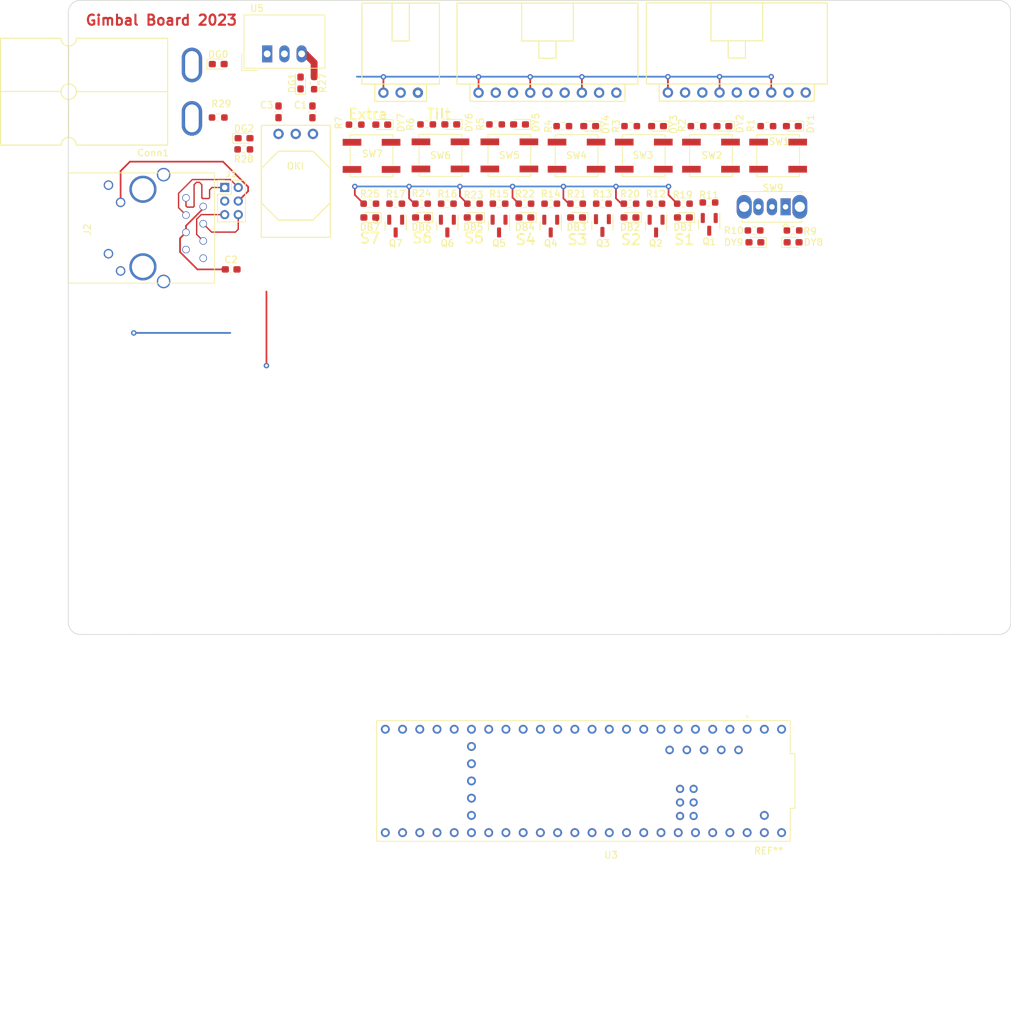
<source format=kicad_pcb>
(kicad_pcb (version 20211014) (generator pcbnew)
  (layers (0 "F.Cu" signal) (31 "B.Cu" signal) (34 "B.Paste" user) (35 "F.Paste" user) (36 "B.SilkS" user "B.Silkscreen") (37 "F.SilkS" user "F.Silkscreen") (38 "B.Mask" user) (39 "F.Mask" user) (44 "Edge.Cuts" user))
  (net 0 "")
  (net 1 "Net-(C2-Pad1)")
  (net 2 "GND")
  (net 3 "+36V")
  (net 4 "Net-(DB1-Pad1)")
  (net 5 "Net-(DB1-Pad2)")
  (net 6 "Net-(DB2-Pad1)")
  (net 7 "Net-(DB2-Pad2)")
  (net 8 "Net-(DB3-Pad1)")
  (net 9 "Net-(DB3-Pad2)")
  (net 10 "Net-(DB4-Pad1)")
  (net 11 "Net-(DB4-Pad2)")
  (net 12 "Net-(DB5-Pad1)")
  (net 13 "Net-(DB5-Pad2)")
  (net 14 "Net-(DB6-Pad1)")
  (net 15 "Net-(DB6-Pad2)")
  (net 16 "Net-(DB7-Pad1)")
  (net 17 "Net-(DB7-Pad2)")
  (net 18 "Net-(DG0-Pad2)")
  (net 19 "Net-(DY1-Pad2)")
  (net 20 "Net-(DY2-Pad2)")
  (net 21 "Net-(DY3-Pad2)")
  (net 22 "Net-(DY4-Pad2)")
  (net 23 "Net-(DY5-Pad2)")
  (net 24 "Net-(DY6-Pad2)")
  (net 25 "Net-(DY7-Pad2)")
  (net 26 "Net-(DY8-Pad2)")
  (net 27 "Net-(DY9-Pad2)")
  (net 28 "/TX+")
  (net 29 "/TX-")
  (net 30 "/LED")
  (net 31 "/RX-")
  (net 32 "/RX+")
  (net 36 "Net-(Q1-Pad1)")
  (net 37 "Net-(Q2-Pad1)")
  (net 38 "Net-(Q3-Pad1)")
  (net 39 "Net-(Q4-Pad1)")
  (net 40 "Net-(Q5-Pad1)")
  (net 41 "Net-(Q6-Pad1)")
  (net 42 "Net-(Q7-Pad1)")
  (net 43 "Servo_1_SW")
  (net 44 "Servo_2_SW")
  (net 45 "Servo_3_SW")
  (net 46 "Servo_4_SW")
  (net 47 "Servo_5_SW")
  (net 48 "Servo_6_SW")
  (net 49 "Servo_7_SW")
  (net 50 "Servo_Manual_Control_Left")
  (net 51 "Servo_Manual_Control_Right")
  (net 52 "Servo_1_PWM")
  (net 53 "Servo_2_PWM")
  (net 54 "Servo_3_PWM")
  (net 55 "Servo_4_PWM")
  (net 56 "Servo_5_PWM")
  (net 57 "Servo_6_PWM")
  (net 58 "Servo_7_PWM")
  (net 59 "+5V")
  (net 60 "Net-(DG1-Pad2)")
  (net 61 "Net-(DG2-Pad2)")
  (net 62 "+3.3V")
  (footprint "LED_SMD:LED_0603_1608Metric_Pad1.05x0.95mm_HandSolder" (layer "F.Cu") (at 110.476 54.134 180)
    (fp_text reference "DY7")
    (fp_text value "LED")
  )
  (footprint "Package_TO_SOT_SMD:SOT-23" (layer "F.Cu") (at 127.762 69.088 -90)
    (fp_text reference "Q5")
    (fp_text value "Q_NMOS_GDS")
  )
  (footprint "Resistor_SMD:R_0603_1608Metric_Pad0.98x0.95mm_HandSolder" (layer "F.Cu") (at 167.25 54.356 180)
    (fp_text reference "R1")
    (fp_text value "100")
  )
  (footprint "Resistor_SMD:R_0603_1608Metric_Pad0.98x0.95mm_HandSolder" (layer "F.Cu") (at 147.066 65.786)
    (fp_text reference "R20")
    (fp_text value "300")
  )
  (footprint "Converter_DCDC:Converter_DCDC_TRACO_TSR-1_THT" (layer "F.Cu") (at 93.5795 43.702)
    (fp_text reference "U5")
    (fp_text value "TSR_1-2450")
  )
  (footprint "Button_Switch_SMD:SW_SPST_EVPBF" (layer "F.Cu") (at 119.126 58.674)
    (fp_text reference "SW6")
    (fp_text value "SW_Push")
  )
  (footprint "Package_TO_SOT_SMD:SOT-23" (layer "F.Cu") (at 150.9135 69.088 -90)
    (fp_text reference "Q2")
    (fp_text value "Q_NMOS_GDS")
  )
  (footprint "LED_SMD:LED_0603_1608Metric_Pad1.05x0.95mm_HandSolder" (layer "F.Cu") (at 123.952 67.818 180)
    (fp_text reference "DB5")
    (fp_text value "LED")
  )
  (footprint "MRDT_Connectors:MOLEX_SL_03_Horizontal" (layer "F.Cu") (at 110.7186 49.4284)
    (fp_text reference "Conn8" hide)
    (fp_text value "Molex_SL_03")
  )
  (footprint "Resistor_SMD:R_0603_1608Metric_Pad0.98x0.95mm_HandSolder" (layer "F.Cu") (at 158.7125 65.6105)
    (fp_text reference "R11")
    (fp_text value "510")
  )
  (footprint "Resistor_SMD:R_0603_1608Metric_Pad0.98x0.95mm_HandSolder" (layer "F.Cu") (at 137.1635 54.356 180)
    (fp_text reference "R4")
    (fp_text value "100")
  )
  (footprint "Resistor_SMD:R_0603_1608Metric_Pad0.98x0.95mm_HandSolder" (layer "F.Cu") (at 120.142 65.786)
    (fp_text reference "R16")
    (fp_text value "510")
  )
  (footprint "MRDT_Connectors:MOLEX_SL_09_Horizontal" (layer "F.Cu") (at 124.7394 49.4284)
    (fp_text reference "Conn7" hide)
    (fp_text value "Molex_SL_09")
  )
  (footprint "LED_SMD:LED_0603_1608Metric_Pad1.05x0.95mm_HandSolder" (layer "F.Cu") (at 108.712 67.818 180)
    (fp_text reference "DB7")
    (fp_text value "LED")
  )
  (footprint "LED_SMD:LED_0603_1608Metric_Pad1.05x0.95mm_HandSolder" (layer "F.Cu") (at 139.192 67.818 180)
    (fp_text reference "DB3")
    (fp_text value "LED")
  )
  (footprint "Button_Switch_SMD:SW_SPST_EVPBF" (layer "F.Cu") (at 159.004 58.706)
    (fp_text reference "SW2")
    (fp_text value "SW_Push")
  )
  (footprint "LED_SMD:LED_0603_1608Metric_Pad1.05x0.95mm_HandSolder" (layer "F.Cu") (at 160.768 54.356 180)
    (fp_text reference "DY2")
    (fp_text value "LED")
  )
  (footprint "Resistor_SMD:R_0603_1608Metric_Pad0.98x0.95mm_HandSolder" (layer "F.Cu") (at 124 65.786)
    (fp_text reference "R23")
    (fp_text value "300")
  )
  (footprint "Resistor_SMD:R_0603_1608Metric_Pad0.98x0.95mm_HandSolder" (layer "F.Cu") (at 147.1695 54.356 180)
    (fp_text reference "R3")
    (fp_text value "100")
  )
  (footprint "Resistor_SMD:R_0603_1608Metric_Pad0.98x0.95mm_HandSolder" (layer "F.Cu") (at 131.572 65.786)
    (fp_text reference "R22")
    (fp_text value "300")
  )
  (footprint "Capacitor_SMD:C_0603_1608Metric_Pad1.08x0.95mm_HandSolder" (layer "F.Cu") (at 100.25 52.25 90)
    (fp_text reference "C1")
    (fp_text value "10 uF")
  )
  (footprint "Button_Switch_SMD:SW_SPST_EVPBF" (layer "F.Cu") (at 108.966 58.738)
    (fp_text reference "SW7")
    (fp_text value "SW_Push")
  )
  (footprint "LED_SMD:LED_0603_1608Metric_Pad1.05x0.95mm_HandSolder" (layer "F.Cu") (at 130.783 54.102 180)
    (fp_text reference "DY5")
    (fp_text value "LED")
  )
  (footprint "Resistor_SMD:R_0603_1608Metric_Pad0.98x0.95mm_HandSolder" (layer "F.Cu") (at 106.5485 54.134 180)
    (fp_text reference "R7")
    (fp_text value "100")
  )
  (footprint "MRDT_Connectors:Square_Anderson_2_H_Side_By_Side_PV" (layer "F.Cu") (at 82.6098 45.039)
    (fp_text reference "Conn1")
    (fp_text value "AndersonPP")
  )
  (footprint "Resistor_SMD:R_0603_1608Metric_Pad0.98x0.95mm_HandSolder" (layer "F.Cu") (at 127.254 54.102 180)
    (fp_text reference "R5")
    (fp_text value "100")
  )
  (footprint "Resistor_SMD:R_0603_1608Metric_Pad0.98x0.95mm_HandSolder" (layer "F.Cu") (at 127.762 65.786)
    (fp_text reference "R15")
    (fp_text value "510")
  )
  (footprint "Resistor_SMD:R_0603_1608Metric_Pad0.98x0.95mm_HandSolder" (layer "F.Cu") (at 139.192 65.786)
    (fp_text reference "R21")
    (fp_text value "300")
  )
  (footprint "Capacitor_SMD:C_0603_1608Metric_Pad1.08x0.95mm_HandSolder" (layer "F.Cu") (at 95.25 52.25 90)
    (fp_text reference "C3")
    (fp_text value "10 uF")
  )
  (footprint "Button_Switch_SMD:SW_SPST_EVPBF" (layer "F.Cu") (at 149.098 58.706)
    (fp_text reference "SW3")
    (fp_text value "SW_Push")
  )
  (footprint "LED_SMD:LED_0603_1608Metric_Pad1.05x0.95mm_HandSolder" (layer "F.Cu") (at 131.572 67.818 180)
    (fp_text reference "DB4")
    (fp_text value "LED")
  )
  (footprint "LED_SMD:LED_0603_1608Metric_Pad1.05x0.95mm_HandSolder" (layer "F.Cu") (at 120.65 54.102 180)
    (fp_text reference "DY6")
    (fp_text value "LED")
  )
  (footprint "LED_SMD:LED_0603_1608Metric_Pad1.05x0.95mm_HandSolder" (layer "F.Cu") (at 165.485 71.4835 180)
    (fp_text reference "DY9")
    (fp_text value "LED")
  )
  (footprint "Package_TO_SOT_SMD:SOT-23" (layer "F.Cu") (at 135.382 69.088 -90)
    (fp_text reference "Q4")
    (fp_text value "Q_NMOS_GDS")
  )
  (footprint "Capacitor_SMD:C_0603_1608Metric_Pad1.08x0.95mm_HandSolder" (layer "F.Cu") (at 88.2665 75.4735)
    (fp_text reference "C2")
    (fp_text value "0.1uF")
  )
  (footprint "Resistor_SMD:R_0603_1608Metric_Pad0.98x0.95mm_HandSolder" (layer "F.Cu") (at 135.382 65.786)
    (fp_text reference "R14")
    (fp_text value "510")
  )
  (footprint "LED_SMD:LED_0603_1608Metric_Pad1.05x0.95mm_HandSolder" (layer "F.Cu") (at 86.36 45.212)
    (fp_text reference "DG0")
    (fp_text value "LED")
  )
  (footprint "LED_SMD:LED_0603_1608Metric_Pad1.05x0.95mm_HandSolder" (layer "F.Cu") (at 151.13 54.356 180)
    (fp_text reference "DY3")
    (fp_text value "LED")
  )
  (footprint "Resistor_SMD:R_0603_1608Metric_Pad0.98x0.95mm_HandSolder" (layer "F.Cu") (at 100.5 48 90)
    (fp_text reference "R27")
    (fp_text value "300")
  )
  (footprint "LED_SMD:LED_0603_1608Metric_Pad1.05x0.95mm_HandSolder" (layer "F.Cu") (at 141.124 54.356 180)
    (fp_text reference "DY4")
    (fp_text value "LED")
  )
  (footprint "Resistor_SMD:R_0603_1608Metric_Pad0.98x0.95mm_HandSolder" (layer "F.Cu") (at 108.712 65.786)
    (fp_text reference "R25")
    (fp_text value "300")
  )
  (footprint "Connector_PinHeader_2.00mm:PinHeader_2x03_P2.00mm_Vertical" (layer "F.Cu") (at 87.3165 63.4015)
    (fp_text reference "J1")
    (fp_text value "6P6C")
  )
  (footprint "Resistor_SMD:R_0603_1608Metric_Pad0.98x0.95mm_HandSolder" (layer "F.Cu") (at 112.522 65.786)
    (fp_text reference "R17")
    (fp_text value "510")
  )
  (footprint "Resistor_SMD:R_0603_1608Metric_Pad0.98x0.95mm_HandSolder" (layer "F.Cu") (at 171.11 69.7335 180)
    (fp_text reference "R9")
    (fp_text value "100")
  )
  (footprint "Resistor_SMD:R_0603_1608Metric_Pad0.98x0.95mm_HandSolder" (layer "F.Cu") (at 90.1325 57.785 180)
    (fp_text reference "R28")
    (fp_text value "100")
  )
  (footprint "Package_TO_SOT_SMD:SOT-23" (layer "F.Cu") (at 112.522 69.088 -90)
    (fp_text reference "Q7")
    (fp_text value "Q_NMOS_GDS")
  )
  (footprint "LED_SMD:LED_0603_1608Metric_Pad1.05x0.95mm_HandSolder" (layer "F.Cu") (at 171.11 71.4835)
    (fp_text reference "DY8")
    (fp_text value "LED")
  )
  (footprint "MRDT_Connectors:RJ45_Teensy" (layer "F.Cu") (at 62.261 69.5025 -90)
    (fp_text reference "J2")
    (fp_text value "RJ45_LED_Shielded")
  )
  (footprint "Resistor_SMD:R_0603_1608Metric_Pad0.98x0.95mm_HandSolder" (layer "F.Cu") (at 150.876 65.786)
    (fp_text reference "R12")
    (fp_text value "510")
  )
  (footprint "Package_TO_SOT_SMD:SOT-23" (layer "F.Cu") (at 120.142 69.088 -90)
    (fp_text reference "Q6")
    (fp_text value "Q_NMOS_GDS")
  )
  (footprint "Resistor_SMD:R_0603_1608Metric_Pad0.98x0.95mm_HandSolder" (layer "F.Cu") (at 156.958 54.356 180)
    (fp_text reference "R2")
    (fp_text value "100")
  )
  (footprint "LED_SMD:LED_0603_1608Metric_Pad1.05x0.95mm_HandSolder" (layer "F.Cu") (at 154.94 67.818 180)
    (fp_text reference "DB1")
    (fp_text value "LED")
  )
  (footprint "Button_Switch_SMD:SW_SPST_EVPBF" (layer "F.Cu") (at 129.286 58.674)
    (fp_text reference "SW5")
    (fp_text value "SW_Push")
  )
  (footprint "Resistor_SMD:R_0603_1608Metric_Pad0.98x0.95mm_HandSolder" (layer "F.Cu") (at 143.002 65.786)
    (fp_text reference "R13")
    (fp_text value "510")
  )
  (footprint "MRDT_Shields:Teensy_4_1_Vertical" (layer "F.Cu") (at 191.008 186.436 180)
    (fp_text reference "U3")
    (fp_text value "Teensy4.1_DEV-16771")
  )
  (footprint "Resistor_SMD:R_0603_1608Metric_Pad0.98x0.95mm_HandSolder" (layer "F.Cu") (at 154.94 65.786)
    (fp_text reference "R19")
    (fp_text value "300")
  )
  (footprint "Package_TO_SOT_SMD:SOT-23" (layer "F.Cu") (at 158.75 68.834 -90)
    (fp_text reference "Q1")
    (fp_text value "Q_NMOS_GDS")
  )
  (footprint "LED_SMD:LED_0603_1608Metric_Pad1.05x0.95mm_HandSolder" (layer "F.Cu") (at 171 54.356 180)
    (fp_text reference "DY1")
    (fp_text value "LED")
  )
  (footprint "Resistor_SMD:R_0603_1608Metric_Pad0.98x0.95mm_HandSolder" (layer "F.Cu") (at 117.094 54.102 180)
    (fp_text reference "R6")
    (fp_text value "100")
  )
  (footprint "MRDT_Devices:OKI_Horizontal" (layer "F.Cu") (at 95.25 55.499)
    (fp_text reference "U1" hide)
    (fp_text value "OKI")
  )
  (footprint "Package_TO_SOT_SMD:SOT-23" (layer "F.Cu") (at 143.002 69.0095 -90)
    (fp_text reference "Q3")
    (fp_text value "Q_NMOS_GDS")
  )
  (footprint "Button_Switch_SMD:SW_SPST_EVPBF" (layer "F.Cu") (at 168.91 58.706)
    (fp_text reference "SW1")
    (fp_text value "SW_Push")
  )
  (footprint "MRDT_Connectors:MOLEX_SL_09_Horizontal" (layer "F.Cu") (at 152.654 49.403)
    (fp_text reference "Conn6" hide)
    (fp_text value "Molex_SL_09")
  )
  (footprint "Resistor_SMD:R_0603_1608Metric_Pad0.98x0.95mm_HandSolder" (layer "F.Cu") (at 116.332 65.786)
    (fp_text reference "R24")
    (fp_text value "300")
  )
  (footprint "Resistor_SMD:R_0603_1608Metric_Pad0.98x0.95mm_HandSolder" (layer "F.Cu") (at 165.36 69.7335)
    (fp_text reference "R10")
    (fp_text value "100")
  )
  (footprint "Button_Switch_SMD:SW_SPST_EVPBF" (layer "F.Cu") (at 139.192 58.706)
    (fp_text reference "SW4")
    (fp_text value "SW_Push")
  )
  (footprint "Button_Switch_THT:SW_Slide_1P2T_CK_OS102011MS2Q" (layer "F.Cu") (at 170 66.25 180)
    (fp_text reference "SW9")
    (fp_text value "SW_DPDT_x2")
  )
  (footprint "LED_SMD:LED_0603_1608Metric_Pad1.05x0.95mm_HandSolder" (layer "F.Cu") (at 98.5 48 90)
    (fp_text reference "DG1")
    (fp_text value "LED")
  )
  (footprint "LED_SMD:LED_0603_1608Metric_Pad1.05x0.95mm_HandSolder" (layer "F.Cu") (at 147.066 67.818 180)
    (fp_text reference "DB2")
    (fp_text value "LED")
  )
  (footprint "Resistor_SMD:R_0603_1608Metric_Pad0.98x0.95mm_HandSolder" (layer "F.Cu") (at 86.36 53.086 180)
    (fp_text reference "R29")
    (fp_text value "3000")
  )
  (footprint "LED_SMD:LED_0603_1608Metric_Pad1.05x0.95mm_HandSolder" (layer "F.Cu") (at 90.17 56.134)
    (fp_text reference "DG2")
    (fp_text value "LED")
  )
  (footprint "LED_SMD:LED_0603_1608Metric_Pad1.05x0.95mm_HandSolder" (layer "F.Cu") (at 116.332 67.818 180)
    (fp_text reference "DB6")
    (fp_text value "LED")
  )
  (gr_line (start 193.294 129.286) (end 201.434764 129.298764) (layer "Edge.Cuts") (width 0.1))
  (gr_line (start 74.168 129.286) (end 66.04 129.286) (layer "Edge.Cuts") (width 0.1))
  (gr_arc (start 201.417764 35.819236) (mid 202.675 36.34) (end 203.195764 37.597236) (layer "Edge.Cuts") (width 0.1))
  (gr_line (start 203.195764 37.597236) (end 203.2 38.354) (layer "Edge.Cuts") (width 0.1))
  (gr_arc (start 64.262 37.592) (mid 64.782764 36.334764) (end 66.04 35.814) (layer "Edge.Cuts") (width 0.1))
  (gr_line (start 77.47 129.286) (end 74.168 129.286) (layer "Edge.Cuts") (width 0.1))
  (gr_arc (start 203.212764 127.520764) (mid 202.692 128.778) (end 201.434764 129.298764) (layer "Edge.Cuts") (width 0.1))
  (gr_line (start 200.66 35.814) (end 201.417764 35.819236) (layer "Edge.Cuts") (width 0.1))
  (gr_line (start 193.294 129.286) (end 77.47 129.286) (layer "Edge.Cuts") (width 0.1))
  (gr_line (start 203.212764 127.520764) (end 203.2 119.38) (layer "Edge.Cuts") (width 0.1))
  (gr_arc (start 66.04 129.286) (mid 64.782764 128.765236) (end 64.262 127.508) (layer "Edge.Cuts") (width 0.1))
  (gr_line (start 64.262 119.38) (end 64.262 37.592) (layer "Edge.Cuts") (width 0.1))
  (gr_line (start 203.2 38.354) (end 203.2 119.38) (layer "Edge.Cuts") (width 0.1))
  (gr_line (start 66.04 35.814) (end 200.66 35.814) (layer "Edge.Cuts") (width 0.1))
  (gr_line (start 64.262 127.508) (end 64.262 119.38) (layer "Edge.Cuts") (width 0.1))
  (gr_text "Gimbal Board 2023" (at 77.978 38.735) (layer "F.Cu") (effects (font (size 1.5 1.5) (thickness 0.3))))
  (gr_text "Extra\n" (at 108.458 52.578) (layer "F.SilkS") (effects (font (size 1.524 1.524) (thickness 0.254))))
  (gr_text "S4" (at 131.7085 71.088) (layer "F.SilkS") (effects (font (size 1.524 1.524) (thickness 0.254))))
  (gr_text "S1" (at 155.0765 71.088) (layer "F.SilkS") (effects (font (size 1.524 1.524) (thickness 0.254))))
  (gr_text "Tilt" (at 118.872 52.578) (layer "F.SilkS") (effects (font (size 1.524 1.524) (thickness 0.254))))
  (gr_text "S2" (at 147.2025 71.088) (layer "F.SilkS") (effects (font (size 1.524 1.524) (thickness 0.254))))
  (gr_text "S6" (at 116.4685 70.834) (layer "F.SilkS") (effects (font (size 1.524 1.524) (thickness 0.254))))
  (gr_text "S7" (at 108.712 70.866) (layer "F.SilkS") (effects (font (size 1.524 1.524) (thickness 0.254))))
  (gr_text "S3\n" (at 139.3285 71.088) (layer "F.SilkS") (effects (font (size 1.524 1.524) (thickness 0.254))))
  (gr_text "S5" (at 124.0885 70.834) (layer "F.SilkS") (effects (font (size 1.524 1.524) (thickness 0.254))))
  (segment (start 93.472 89.662) (end 93.472 78.74) (width 0.254) (layer "F.Cu") (net 0))
  (segment (start 75.261 74.968) (end 75.1245 74.8315) (width 0.2) (layer "F.Cu") (net 0))
  (segment (start 75.261 75.0925) (end 75.261 74.968) (width 0.2) (layer "F.Cu") (net 0))
  (via (at 93.472 89.662) (size 0.8) (drill 0.4) (layers "F.Cu" "B.Cu") (net 0))
  (via (at 73.914 84.836) (size 0.8) (drill 0.4) (layers "F.Cu" "B.Cu") (net 0))
  (segment (start 73.914 84.836) (end 88.138 84.836) (width 0.254) (layer "B.Cu") (net 0))
  (segment (start 87.404 75.4735) (end 83.294563 75.4735) (width 0.25) (layer "F.Cu") (net 1))
  (segment (start 80.736 70.8875) (end 81.611 70.0125) (width 0.25) (layer "F.Cu") (net 1))
  (segment (start 83.294563 75.4735) (end 80.736 72.914937) (width 0.25) (layer "F.Cu") (net 1))
  (segment (start 81.611 70.0125) (end 81.611 69.044) (width 0.25) (layer "F.Cu") (net 1))
  (segment (start 84.151 66.504) (end 84.151 66.2025) (width 0.25) (layer "F.Cu") (net 1))
  (segment (start 81.611 69.044) (end 84.151 66.504) (width 0.25) (layer "F.Cu") (net 1))
  (segment (start 80.736 72.914937) (end 80.736 70.8875) (width 0.25) (layer "F.Cu") (net 1))
  (segment (start 93.5795 43.702) (end 93.5795 44.4335) (width 0.25) (layer "F.Cu") (net 3))
  (segment (start 82.867 53.213) (end 82.95 53.13) (width 0.25) (layer "F.Cu") (net 3))
  (segment (start 82.4852 53.213) (end 82.867 53.213) (width 0.25) (layer "F.Cu") (net 3))
  (segment (start 109.794 68.2775) (end 109.667 68.1505) (width 0.25) (layer "F.Cu") (net 16))
  (segment (start 107.889 68.1225) (end 107.917 68.1505) (width 0.25) (layer "F.Cu") (net 17))
  (segment (start 82.804 66.167) (end 82.804 62.992) (width 0.2) (layer "F.Cu") (net 28))
  (segment (start 83.585 62.63) (end 83.947 62.992) (width 0.2) (layer "F.Cu") (net 28))
  (segment (start 85.4425 63.4015) (end 87.3165 63.4015) (width 0.2) (layer "F.Cu") (net 28))
  (segment (start 84.963 65.024) (end 85.09 64.897) (width 0.2) (layer "F.Cu") (net 28))
  (segment (start 83.947 64.897) (end 84.074 65.024) (width 0.2) (layer "F.Cu") (net 28))
  (segment (start 84.074 65.024) (end 84.963 65.024) (width 0.2) (layer "F.Cu") (net 28))
  (segment (start 83.947 62.992) (end 83.947 64.897) (width 0.2) (layer "F.Cu") (net 28))
  (segment (start 85.09 64.897) (end 85.09 63.754) (width 0.2) (layer "F.Cu") (net 28))
  (segment (start 83.166 62.63) (end 83.585 62.63) (width 0.2) (layer "F.Cu") (net 28))
  (segment (start 81.611 64.9325) (end 81.611 66.117) (width 0.2) (layer "F.Cu") (net 28))
  (segment (start 81.788 66.294) (end 82.677 66.294) (width 0.2) (layer "F.Cu") (net 28))
  (segment (start 82.804 62.992) (end 83.166 62.63) (width 0.2) (layer "F.Cu") (net 28))
  (segment (start 85.09 63.754) (end 85.4425 63.4015) (width 0.2) (layer "F.Cu") (net 28))
  (segment (start 81.611 66.117) (end 81.788 66.294) (width 0.2) (layer "F.Cu") (net 28))
  (segment (start 82.677 66.294) (end 82.804 66.167) (width 0.2) (layer "F.Cu") (net 28))
  (segment (start 80.518 66.3795) (end 80.518 64.262) (width 0.2) (layer "F.Cu") (net 29))
  (segment (start 81.611 67.4725) (end 80.518 66.3795) (width 0.2) (layer "F.Cu") (net 29))
  (segment (start 80.518 64.262) (end 82.55 62.23) (width 0.2) (layer "F.Cu") (net 29))
  (segment (start 82.55 62.23) (end 88.145 62.23) (width 0.2) (layer "F.Cu") (net 29))
  (segment (start 88.145 62.23) (end 89.3165 63.4015) (width 0.2) (layer "F.Cu") (net 29))
  (segment (start 90.770101 63.299101) (end 87.0625 59.5915) (width 0.25) (layer "F.Cu") (net 30))
  (segment (start 89.3165 65.4015) (end 90.770101 63.947899) (width 0.25) (layer "F.Cu") (net 30))
  (segment (start 90.770101 63.947899) (end 90.770101 63.299101) (width 0.25) (layer "F.Cu") (net 30))
  (segment (start 73.3465 59.5915) (end 71.971 60.967) (width 0.25) (layer "F.Cu") (net 30))
  (segment (start 87.0625 59.5915) (end 73.3465 59.5915) (width 0.25) (layer "F.Cu") (net 30))
  (segment (start 71.971 60.967) (end 71.971 65.5925) (width 0.25) (layer "F.Cu") (net 30))
  (segment (start 87.3165 67.4015) (end 83.8555 67.4015) (width 0.2) (layer "F.Cu") (net 31))
  (segment (start 83.185 68.072) (end 83.185 70.3165) (width 0.2) (layer "F.Cu") (net 31))
  (segment (start 83.8555 67.4015) (end 83.185 68.072) (width 0.2) (layer "F.Cu") (net 31))
  (segment (start 83.185 70.3165) (end 84.151 71.2825) (width 0.2) (layer "F.Cu") (net 31))
  (segment (start 89.3165 67.4015) (end 89.3165 69.5605) (width 0.2) (layer "F.Cu") (net 32))
  (segment (start 89.3165 69.5605) (end 88.9 69.977) (width 0.2) (layer "F.Cu") (net 32))
  (segment (start 85.3855 69.977) (end 84.151 68.7425) (width 0.2) (layer "F.Cu") (net 32))
  (segment (start 88.9 69.977) (end 85.3855 69.977) (width 0.2) (layer "F.Cu") (net 32))
  (segment (start 159.625 67.5675) (end 159.7 67.6425) (width 0.25) (layer "F.Cu") (net 36))
  (segment (start 151.7885 67.743) (end 151.8635 67.818) (width 0.25) (layer "F.Cu") (net 37))
  (segment (start 144.1165 65.988) (end 143.9145 65.786) (width 0.25) (layer "F.Cu") (net 38))
  (segment (start 146.5145 60.735) (end 145.0515 60.735) (width 0.25) (layer "F.Cu") (net 45))
  (segment (start 153 64.75) (end 153 64.7585) (width 0.254) (layer "F.Cu") (net 59))
  (segment (start 129.75 63.25) (end 129.75 64.8765) (width 0.254) (layer "F.Cu") (net 59))
  (segment (start 106.5 63.25) (end 106.5 64.4865) (width 0.254) (layer "F.Cu") (net 59))
  (segment (start 106.5 64.4865) (end 107.7995 65.786) (width 0.254) (layer "F.Cu") (net 59))
  (segment (start 152.654 49.403) (end 152.654 47.0662) (width 0.254) (layer "F.Cu") (net 59))
  (segment (start 114.5 63.25) (end 114.5 65) (width 0.254) (layer "F.Cu") (net 59))
  (segment (start 145.786 65.786) (end 146.1535 65.786) (width 0.254) (layer "F.Cu") (net 59))
  (segment (start 98.6595 43.702) (end 99.202 43.702) (width 1.016) (layer "F.Cu") (net 59))
  (segment (start 99.202 43.702) (end 100.5 45) (width 1.016) (layer "F.Cu") (net 59))
  (segment (start 137.25 65) (end 138.036 65.786) (width 0.254) (layer "F.Cu") (net 59))
  (segment (start 139.9794 49.4284) (end 139.9794 47.0916) (width 0.254) (layer "F.Cu") (net 59))
  (segment (start 160.274 49.403) (end 160.274 47.0662) (width 0.254) (layer "F.Cu") (net 59))
  (segment (start 124.7394 49.4284) (end 124.7394 47.0916) (width 0.254) (layer "F.Cu") (net 59))
  (segment (start 153 64.7585) (end 154.0275 65.786) (width 0.254) (layer "F.Cu") (net 59))
  (segment (start 100.5 45) (end 100.5 47.0875) (width 1.016) (layer "F.Cu") (net 59))
  (segment (start 152.75 64.5) (end 153 64.75) (width 0.254) (layer "F.Cu") (net 59))
  (segment (start 122 63.25) (end 122 64.6985) (width 0.254) (layer "F.Cu") (net 59))
  (segment (start 145 63.25) (end 145 65) (width 0.254) (layer "F.Cu") (net 59))
  (segment (start 145 65) (end 145.786 65.786) (width 0.254) (layer "F.Cu") (net 59))
  (segment (start 138.036 65.786) (end 138.2795 65.786) (width 0.254) (layer "F.Cu") (net 59))
  (segment (start 129.75 64.8765) (end 130.6595 65.786) (width 0.254) (layer "F.Cu") (net 59))
  (segment (start 137.25 63.25) (end 137.25 65) (width 0.254) (layer "F.Cu") (net 59))
  (segment (start 122 64.6985) (end 123.0875 65.786) (width 0.254) (layer "F.Cu") (net 59))
  (segment (start 114.5 65) (end 115.286 65.786) (width 0.254) (layer "F.Cu") (net 59))
  (segment (start 167.894 49.403) (end 167.894 47.0662) (width 0.254) (layer "F.Cu") (net 59))
  (segment (start 152.75 63.25) (end 152.75 64.5) (width 0.254) (layer "F.Cu") (net 59))
  (segment (start 115.286 65.786) (end 115.4195 65.786) (width 0.254) (layer "F.Cu") (net 59))
  (segment (start 132.3594 49.4284) (end 132.3594 47.0916) (width 0.254) (layer "F.Cu") (net 59))
  (segment (start 110.7186 49.4284) (end 110.7186 47.0916) (width 0.254) (layer "F.Cu") (net 59))
  (via (at 110.7186 47.0916) (size 0.8) (drill 0.4) (layers "F.Cu" "B.Cu") (net 59))
  (via (at 129.75 63.25) (size 0.8) (drill 0.4) (layers "F.Cu" "B.Cu") (net 59))
  (via (at 132.3594 47.0916) (size 0.8) (drill 0.4) (layers "F.Cu" "B.Cu") (net 59))
  (via (at 167.894 47.0662) (size 0.8) (drill 0.4) (layers "F.Cu" "B.Cu") (net 59))
  (via (at 137.25 63.25) (size 0.8) (drill 0.4) (layers "F.Cu" "B.Cu") (net 59))
  (via (at 152.75 63.25) (size 0.8) (drill 0.4) (layers "F.Cu" "B.Cu") (net 59))
  (via (at 152.654 47.0662) (size 0.8) (drill 0.4) (layers "F.Cu" "B.Cu") (net 59))
  (via (at 114.5 63.25) (size 0.8) (drill 0.4) (layers "F.Cu" "B.Cu") (net 59))
  (via (at 124.7394 47.0916) (size 0.8) (drill 0.4) (layers "F.Cu" "B.Cu") (net 59))
  (via (at 145 63.25) (size 0.8) (drill 0.4) (layers "F.Cu" "B.Cu") (net 59))
  (via (at 106.5 63.25) (size 0.8) (drill 0.4) (layers "F.Cu" "B.Cu") (net 59))
  (via (at 160.274 47.0662) (size 0.8) (drill 0.4) (layers "F.Cu" "B.Cu") (net 59))
  (via (at 122 63.25) (size 0.8) (drill 0.4) (layers "F.Cu" "B.Cu") (net 59))
  (via (at 139.9794 47.0916) (size 0.8) (drill 0.4) (layers "F.Cu" "B.Cu") (net 59))
  (segment (start 129.75 63.25) (end 137.25 63.25) (width 0.254) (layer "B.Cu") (net 59))
  (segment (start 167.894 47.0662) (end 106.807 47.0662) (width 0.254) (layer "B.Cu") (net 59))
  (segment (start 106.5 63.25) (end 114.5 63.25) (width 0.254) (layer "B.Cu") (net 59))
  (segment (start 114.5 63.25) (end 122 63.25) (width 0.254) (layer "B.Cu") (net 59))
  (segment (start 137.25 63.25) (end 152.75 63.25) (width 0.254) (layer "B.Cu") (net 59))
  (segment (start 122 63.25) (end 129.75 63.25) (width 0.254) (layer "B.Cu") (net 59))
)
</source>
